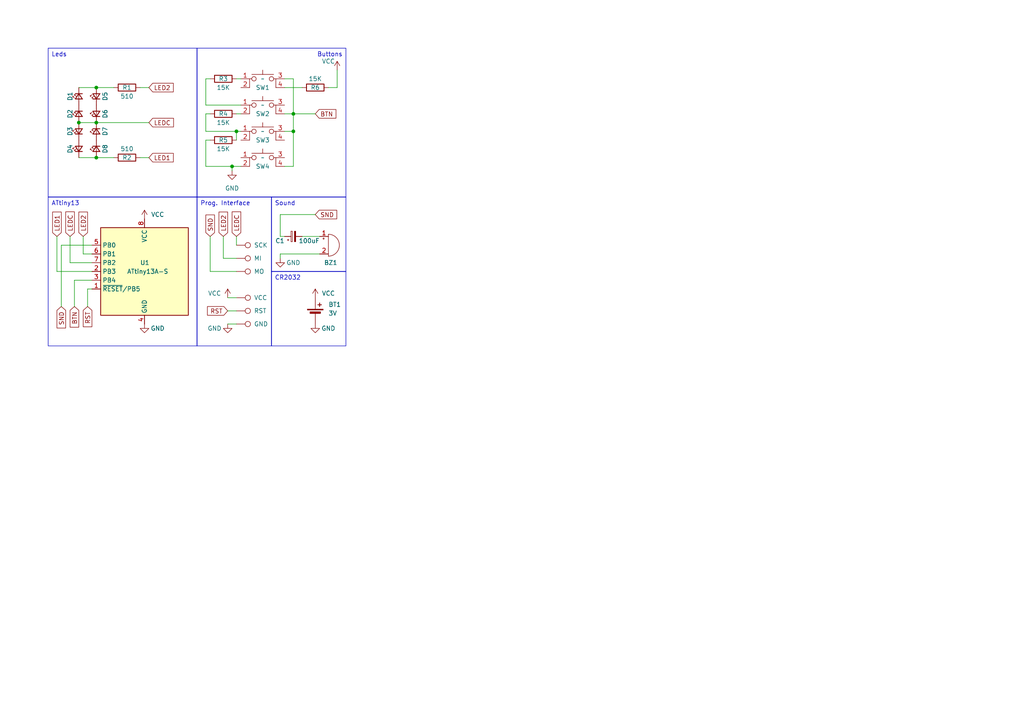
<source format=kicad_sch>
(kicad_sch (version 20230121) (generator eeschema)
  (paper "A4")
  (lib_symbols
    (symbol "Connector:TestPoint" (pin_numbers hide) (pin_names (offset 0.762) hide)
      (property "Reference" "TP" (at 0 6.858 0))
      (property "Value" "TestPoint" (at 0 5.08 0))
      (symbol "TestPoint_0_1"
        (circle (center 0 3.302) (radius 0.762))
      )
      (symbol "TestPoint_1_1"
        (pin passive line (at 0 0 90) (length 2.54) (name "1") (number "1"))
      )
    )
    (symbol "Device:Battery_Cell" (pin_numbers hide) (pin_names (offset 0) hide)
      (property "Reference" "BT" (at 2.54 2.54 0))
      (property "Value" "Battery_Cell" (at 2.54 0 0))
      (symbol "Battery_Cell_0_1"
        (rectangle (start -2.286 1.778) (end 2.286 1.524) (fill (type outline)))
        (rectangle (start -1.524 1.016) (end 1.524 0.508) (fill (type outline)))
        (polyline (pts (xy 0 0.762) (xy 0 0)))
        (polyline (pts (xy 0 1.778) (xy 0 2.54)))
        (polyline (pts (xy 0.762 3.048) (xy 1.778 3.048)) (stroke (width 0.254)))
        (polyline (pts (xy 1.27 3.556) (xy 1.27 2.54)) (stroke (width 0.254)))
      )
      (symbol "Battery_Cell_1_1"
        (pin passive line (at 0 5.08 270) (length 2.54) (name "+") (number "1"))
        (pin passive line (at 0 -2.54 90) (length 2.54) (name "-") (number "2"))
      )
    )
    (symbol "Device:Buzzer" (pin_names (offset 0.0254) hide)
      (property "Reference" "BZ" (at 3.81 1.27 0))
      (property "Value" "Buzzer" (at 3.81 -1.27 0))
      (symbol "Buzzer_0_1"
        (arc (start 0 -3.175) (mid 3.1612 0) (end 0 3.175))
        (polyline (pts (xy -1.651 1.905) (xy -1.143 1.905)))
        (polyline (pts (xy -1.397 2.159) (xy -1.397 1.651)))
        (polyline (pts (xy 0 3.175) (xy 0 -3.175)))
      )
      (symbol "Buzzer_1_1"
        (pin passive line (at -2.54 2.54 0) (length 2.54) (name "-") (number "1"))
        (pin passive line (at -2.54 -2.54 0) (length 2.54) (name "+") (number "2"))
      )
    )
    (symbol "Device:C_Polarized_Small" (pin_numbers hide) (pin_names (offset 0.254) hide)
      (property "Reference" "C" (at 0.254 1.778 0))
      (property "Value" "C_Polarized_Small" (at 0.254 -2.032 0))
      (symbol "C_Polarized_Small_0_1"
        (rectangle (start -1.524 -0.3048) (end 1.524 -0.6858) (fill (type outline)))
        (rectangle (start -1.524 0.6858) (end 1.524 0.3048))
        (polyline (pts (xy -1.27 1.524) (xy -0.762 1.524)))
        (polyline (pts (xy -1.016 1.27) (xy -1.016 1.778)))
      )
      (symbol "C_Polarized_Small_1_1"
        (pin passive line (at 0 2.54 270) (length 1.8542) (name "~") (number "1"))
        (pin passive line (at 0 -2.54 90) (length 1.8542) (name "~") (number "2"))
      )
    )
    (symbol "Device:LED_Small" (pin_numbers hide) (pin_names (offset 0.254) hide)
      (property "Reference" "D" (at -1.27 3.175 0))
      (property "Value" "LED_Small" (at -4.445 -2.54 0))
      (symbol "LED_Small_0_1"
        (polyline (pts (xy -0.762 -1.016) (xy -0.762 1.016)) (stroke (width 0.254)))
        (polyline (pts (xy 1.016 0) (xy -0.762 0)))
        (polyline (pts (xy 0.762 -1.016) (xy -0.762 0) (xy 0.762 1.016) (xy 0.762 -1.016)) (stroke (width 0.254)))
        (polyline (pts (xy 0 0.762) (xy -0.508 1.27) (xy -0.254 1.27) (xy -0.508 1.27) (xy -0.508 1.016)))
        (polyline (pts (xy 0.508 1.27) (xy 0 1.778) (xy 0.254 1.778) (xy 0 1.778) (xy 0 1.524)))
      )
      (symbol "LED_Small_1_1"
        (pin passive line (at -2.54 0 0) (length 1.778) (name "K") (number "1"))
        (pin passive line (at 2.54 0 180) (length 1.778) (name "A") (number "2"))
      )
    )
    (symbol "Device:R" (pin_numbers hide) (pin_names (offset 0))
      (property "Reference" "R" (at 2.032 0 90))
      (property "Value" "R" (at 0 0 90))
      (symbol "R_0_1"
        (rectangle (start -1.016 -2.54) (end 1.016 2.54) (stroke (width 0.254)))
      )
      (symbol "R_1_1"
        (pin passive line (at 0 3.81 270) (length 1.27) (name "~") (number "1"))
        (pin passive line (at 0 -3.81 90) (length 1.27) (name "~") (number "2"))
      )
    )
    (symbol "MCU_Microchip_ATtiny:ATtiny13A-S"
      (property "Reference" "U" (at -12.7 13.97 0))
      (property "Value" "ATtiny13A-S" (at 2.54 -13.97 0))
      (symbol "ATtiny13A-S_0_1"
        (rectangle (start -12.7 -12.7) (end 12.7 12.7) (stroke (width 0.254)) (fill (type background)))
      )
      (symbol "ATtiny13A-S_1_1"
        (pin bidirectional line (at 15.24 -5.08 180) (length 2.54) (name "~{RESET}/PB5") (number "1"))
        (pin bidirectional line (at 15.24 0 180) (length 2.54) (name "PB3") (number "2"))
        (pin bidirectional line (at 15.24 -2.54 180) (length 2.54) (name "PB4") (number "3"))
        (pin power_in line (at 0 -15.24 90) (length 2.54) (name "GND") (number "4"))
        (pin bidirectional line (at 15.24 7.62 180) (length 2.54) (name "PB0") (number "5"))
        (pin bidirectional line (at 15.24 5.08 180) (length 2.54) (name "PB1") (number "6"))
        (pin bidirectional line (at 15.24 2.54 180) (length 2.54) (name "PB2") (number "7"))
        (pin power_in line (at 0 15.24 270) (length 2.54) (name "VCC") (number "8"))
      )
    )
    (symbol "Switch:SW_Push4"
      (property "Reference" "SW" (at 0 -1.905 0))
      (symbol "SW_Push4_0_1"
        (circle (center -2.54 0) (radius 0.635))
        (polyline (pts (xy -3.175 1.27) (xy 3.175 1.27)))
        (polyline (pts (xy 0 1.27) (xy 0 2.54)))
        (polyline (pts (xy -3.81 -2.54) (xy -3.81 0) (xy -3.175 0)))
        (polyline (pts (xy 3.81 -2.54) (xy 3.81 0) (xy 3.175 0)))
        (circle (center 2.54 0) (radius 0.635))
      )
      (symbol "SW_Push4_1_1"
        (pin passive line (at -6.35 0 0) (length 2.54) (name "") (number "1"))
        (pin passive line (at -6.35 -2.54 0) (length 2.54) (name "") (number "2"))
        (pin passive line (at 6.35 0 180) (length 2.54) (name "") (number "3"))
        (pin passive line (at 6.35 -2.54 180) (length 2.54) (name "") (number "4"))
      )
    )
    (symbol "power:GND" (power) (pin_names (offset 0))
      (property "Value" "GND" (at 0 -3.81 0))
      (symbol "GND_0_1"
        (polyline (pts (xy 0 0) (xy 0 -1.27) (xy 1.27 -1.27) (xy 0 -2.54) (xy -1.27 -1.27) (xy 0 -1.27)))
      )
      (symbol "GND_1_1"
        (pin power_in line (at 0 0 270) (length 0) hide (name "GND") (number "1"))
      )
    )
    (symbol "power:VCC" (power) (pin_names (offset 0))
      (property "Value" "VCC" (at 0 3.81 0))
      (symbol "VCC_0_1"
        (polyline (pts (xy -0.762 1.27) (xy 0 2.54)))
        (polyline (pts (xy 0 0) (xy 0 2.54)))
        (polyline (pts (xy 0 2.54) (xy 0.762 1.27)))
      )
      (symbol "VCC_1_1"
        (pin power_in line (at 0 0 90) (length 0) hide (name "VCC") (number "1"))
      )
    )
  )
  (junction (at 22.86 35.56))
  (junction (at 27.94 45.72))
  (junction (at 68.58 38.1))
  (junction (at 85.09 38.1))
  (junction (at 67.31 48.26))
  (junction (at 27.94 35.56))
  (junction (at 27.94 25.4))
  (junction (at 85.09 33.02))
  (wire (pts (xy 69.85 48.26) (xy 67.31 48.26)))
  (wire (pts (xy 26.67 76.2) (xy 20.32 76.2)))
  (wire (pts (xy 27.94 45.72) (xy 33.02 45.72)))
  (wire (pts (xy 68.58 33.02) (xy 69.85 33.02)))
  (wire (pts (xy 97.79 25.4) (xy 97.79 20.32)))
  (wire (pts (xy 59.69 40.64) (xy 59.69 48.26)))
  (wire (pts (xy 20.32 76.2) (xy 20.32 68.58)))
  (wire (pts (xy 60.96 68.58) (xy 60.96 78.74)))
  (wire (pts (xy 64.77 74.93) (xy 68.58 74.93)))
  (wire (pts (xy 81.28 62.23) (xy 81.28 68.58)))
  (wire (pts (xy 21.59 88.9) (xy 21.59 81.28)))
  (wire (pts (xy 60.96 78.74) (xy 68.58 78.74)))
  (wire (pts (xy 27.94 35.56) (xy 43.18 35.56)))
  (wire (pts (xy 81.28 62.23) (xy 91.44 62.23)))
  (wire (pts (xy 92.71 73.66) (xy 81.28 73.66)))
  (wire (pts (xy 22.86 25.4) (xy 27.94 25.4)))
  (wire (pts (xy 59.69 38.1) (xy 59.69 33.02)))
  (wire (pts (xy 81.28 73.66) (xy 81.28 74.93)))
  (wire (pts (xy 59.69 30.48) (xy 69.85 30.48)))
  (wire (pts (xy 25.4 83.82) (xy 25.4 88.9)))
  (wire (pts (xy 59.69 40.64) (xy 60.96 40.64)))
  (wire (pts (xy 66.04 90.17) (xy 68.58 90.17)))
  (wire (pts (xy 85.09 33.02) (xy 91.44 33.02)))
  (wire (pts (xy 82.55 33.02) (xy 85.09 33.02)))
  (wire (pts (xy 66.04 86.36) (xy 68.58 86.36)))
  (wire (pts (xy 59.69 30.48) (xy 59.69 22.86)))
  (wire (pts (xy 17.78 88.9) (xy 17.78 71.12)))
  (wire (pts (xy 40.64 25.4) (xy 43.18 25.4)))
  (wire (pts (xy 66.04 93.98) (xy 68.58 93.98)))
  (wire (pts (xy 82.55 22.86) (xy 85.09 22.86)))
  (wire (pts (xy 40.64 45.72) (xy 43.18 45.72)))
  (wire (pts (xy 26.67 83.82) (xy 25.4 83.82)))
  (wire (pts (xy 85.09 33.02) (xy 85.09 38.1)))
  (wire (pts (xy 64.77 68.58) (xy 64.77 74.93)))
  (wire (pts (xy 81.28 68.58) (xy 82.55 68.58)))
  (wire (pts (xy 22.86 45.72) (xy 27.94 45.72)))
  (wire (pts (xy 85.09 22.86) (xy 85.09 33.02)))
  (wire (pts (xy 21.59 81.28) (xy 26.67 81.28)))
  (wire (pts (xy 85.09 38.1) (xy 85.09 48.26)))
  (wire (pts (xy 16.51 68.58) (xy 16.51 78.74)))
  (wire (pts (xy 22.86 35.56) (xy 27.94 35.56)))
  (wire (pts (xy 27.94 25.4) (xy 33.02 25.4)))
  (wire (pts (xy 87.63 68.58) (xy 92.71 68.58)))
  (wire (pts (xy 59.69 48.26) (xy 67.31 48.26)))
  (wire (pts (xy 16.51 78.74) (xy 26.67 78.74)))
  (wire (pts (xy 67.31 48.26) (xy 67.31 49.53)))
  (wire (pts (xy 26.67 73.66) (xy 24.13 73.66)))
  (wire (pts (xy 59.69 22.86) (xy 60.96 22.86)))
  (wire (pts (xy 68.58 38.1) (xy 69.85 38.1)))
  (wire (pts (xy 26.67 71.12) (xy 17.78 71.12)))
  (wire (pts (xy 82.55 38.1) (xy 85.09 38.1)))
  (wire (pts (xy 82.55 48.26) (xy 85.09 48.26)))
  (wire (pts (xy 59.69 33.02) (xy 60.96 33.02)))
  (wire (pts (xy 82.55 25.4) (xy 87.63 25.4)))
  (wire (pts (xy 59.69 38.1) (xy 68.58 38.1)))
  (wire (pts (xy 95.25 25.4) (xy 97.79 25.4)))
  (wire (pts (xy 68.58 22.86) (xy 69.85 22.86)))
  (wire (pts (xy 68.58 38.1) (xy 68.58 40.64)))
  (wire (pts (xy 68.58 71.12) (xy 68.58 68.58)))
  (wire (pts (xy 24.13 68.58) (xy 24.13 73.66)))
  (text_box "Prog. Interface" (at 57.15 57.15 0) (size 21.59 43.18) (effects (font (size 1.27 1.27)) (justify left top)))
  (text_box "Buttons" (at 57.15 13.97 0) (size 43.18 43.18) (effects (font (size 1.27 1.27)) (justify right top)))
  (text_box "Sound" (at 78.74 57.15 0) (size 21.59 21.59) (effects (font (size 1.27 1.27)) (justify left top)))
  (text_box "Leds" (at 13.97 13.97 0) (size 43.18 43.18) (effects (font (size 1.27 1.27)) (justify left top)))
  (text_box "CR2032" (at 78.74 78.74 0) (size 21.59 21.59) (effects (font (size 1.27 1.27)) (justify left top)))
  (text_box "ATtiny13" (at 13.97 57.15 0) (size 43.18 43.18) (effects (font (size 1.27 1.27)) (justify left top)))
  (global_label "SND" (shape input) (at 17.78 88.9 270) (property "Intersheetrefs" "${INTERSHEET_REFS}" (effects hide)))
  (global_label "LED2" (shape input) (at 43.18 25.4 0) (property "Intersheetrefs" "${INTERSHEET_REFS}" (effects hide)))
  (global_label "LED1" (shape input) (at 16.51 68.58 90) (property "Intersheetrefs" "${INTERSHEET_REFS}" (effects hide)))
  (global_label "LEDC" (shape input) (at 20.32 68.58 90) (property "Intersheetrefs" "${INTERSHEET_REFS}" (effects hide)))
  (global_label "LEDC" (shape input) (at 68.58 68.58 90) (property "Intersheetrefs" "${INTERSHEET_REFS}" (effects hide)))
  (global_label "LEDC" (shape input) (at 43.18 35.56 0) (property "Intersheetrefs" "${INTERSHEET_REFS}" (effects hide)))
  (global_label "SND" (shape input) (at 91.44 62.23 0) (property "Intersheetrefs" "${INTERSHEET_REFS}" (effects hide)))
  (global_label "SND" (shape input) (at 60.96 68.58 90) (property "Intersheetrefs" "${INTERSHEET_REFS}" (effects hide)))
  (global_label "BTN" (shape input) (at 21.59 88.9 270) (property "Intersheetrefs" "${INTERSHEET_REFS}" (effects hide)))
  (global_label "LED2" (shape input) (at 64.77 68.58 90) (property "Intersheetrefs" "${INTERSHEET_REFS}" (effects hide)))
  (global_label "RST" (shape input) (at 25.4 88.9 270) (property "Intersheetrefs" "${INTERSHEET_REFS}" (effects hide)))
  (global_label "RST" (shape input) (at 66.04 90.17 180) (property "Intersheetrefs" "${INTERSHEET_REFS}" (effects hide)))
  (global_label "LED2" (shape input) (at 24.13 68.58 90) (property "Intersheetrefs" "${INTERSHEET_REFS}" (effects hide)))
  (global_label "LED1" (shape input) (at 43.18 45.72 0) (property "Intersheetrefs" "${INTERSHEET_REFS}" (effects hide)))
  (global_label "BTN" (shape input) (at 91.44 33.02 0) (property "Intersheetrefs" "${INTERSHEET_REFS}" (effects hide)))
  (symbol (lib_id "power:GND") (at 91.44 93.98 0) (unit 1)
    (property "Reference" "#PWR06" (effects hide))
    (property "Value" "GND" (at 95.25 95.25 0))
  )
  (symbol (lib_id "power:VCC") (at 97.79 20.32 0) (unit 1)
    (property "Reference" "#PWR07" (effects hide))
    (property "Value" "VCC" (at 95.25 17.78 0))
  )
  (symbol (lib_id "Switch:SW_Push4") (at 76.2 22.86 0) (unit 1)
    (property "Reference" "SW1" (at 76.2 25.4 0))
    (property "Value" "~" (at 76.2 22.86 0))
    (property "Footprint" "Button_Switch_SMD:SW_Push_6x6mm" (effects hide))
  )
  (symbol (lib_id "Connector:TestPoint") (at 68.58 93.98 270) (unit 1)
    (property "Reference" "TP1" (effects hide))
    (property "Value" "GND" (at 73.66 93.98 90) (effects (justify left)))
    (property "Footprint" "TestPoint:TestPoint_Pad_D1.5mm" (effects hide))
  )
  (symbol (lib_id "Switch:SW_Push4") (at 76.2 30.48 0) (unit 1)
    (property "Reference" "SW2" (at 76.2 33.02 0))
    (property "Value" "~" (at 76.2 30.48 0))
    (property "Footprint" "Button_Switch_SMD:SW_Push_6x6mm" (effects hide))
  )
  (symbol (lib_id "power:GND") (at 81.28 74.93 0) (unit 1)
    (property "Reference" "#PWR04" (effects hide))
    (property "Value" "GND" (at 85.09 76.2 0))
  )
  (symbol (lib_id "Device:C_Polarized_Small") (at 85.09 68.58 90) (unit 1)
    (property "Reference" "C1" (at 82.55 69.85 90) (effects (justify left)))
    (property "Value" "100uF" (at 92.71 69.85 90) (effects (justify left)))
    (property "Footprint" "Capacitor_THT:CP_Radial_D6.3mm_P2.50mm" (effects hide))
  )
  (symbol (lib_id "Device:LED_Small") (at 22.86 33.02 90) (mirror x) (unit 1)
    (property "Reference" "D2" (at 20.32 33.02 0))
    (property "Value" "LED_Small" (effects hide))
    (property "Footprint" "LED_SMD:LED_1206_3216Metric" (effects hide))
  )
  (symbol (lib_id "Switch:SW_Push4") (at 76.2 45.72 0) (unit 1)
    (property "Reference" "SW4" (at 76.2 48.26 0))
    (property "Value" "~" (at 76.2 45.72 0))
    (property "Footprint" "Button_Switch_SMD:SW_Push_6x6mm" (effects hide))
  )
  (symbol (lib_id "Device:LED_Small") (at 27.94 43.18 90) (mirror x) (unit 1)
    (property "Reference" "D8" (at 30.48 43.18 0))
    (property "Value" "LED_Small" (effects hide))
    (property "Footprint" "LED_SMD:LED_1206_3216Metric" (effects hide))
  )
  (symbol (lib_id "Device:LED_Small") (at 22.86 43.18 90) (unit 1)
    (property "Reference" "D4" (at 20.32 43.18 0))
    (property "Value" "LED_Small" (effects hide))
    (property "Footprint" "LED_SMD:LED_1206_3216Metric" (effects hide))
  )
  (symbol (lib_id "Device:R") (at 64.77 40.64 270) (unit 1)
    (property "Reference" "R5" (at 64.77 40.64 90))
    (property "Value" "15K" (at 64.77 43.18 90))
    (property "Footprint" "Resistor_THT:R_Axial_DIN0207_L6.3mm_D2.5mm_P7.62mm_Horizontal" (effects hide))
  )
  (symbol (lib_id "Device:Buzzer") (at 95.25 71.12 0) (unit 1)
    (property "Reference" "BZ1" (at 93.98 76.2 0) (effects (justify left)))
    (property "Value" "Buzzer" (effects hide))
    (property "Footprint" "Buzzer_Beeper:MagneticBuzzer_Kingstate_KCG0601" (effects hide))
  )
  (symbol (lib_id "Connector:TestPoint") (at 68.58 86.36 270) (unit 1)
    (property "Reference" "TP3" (effects hide))
    (property "Value" "VCC" (at 73.66 86.36 90) (effects (justify left)))
    (property "Footprint" "TestPoint:TestPoint_Pad_D1.5mm" (effects hide))
  )
  (symbol (lib_id "power:GND") (at 67.31 49.53 0) (unit 1)
    (property "Reference" "#PWR03" (effects hide))
    (property "Value" "GND" (at 67.31 54.61 0))
  )
  (symbol (lib_id "Connector:TestPoint") (at 68.58 78.74 270) (unit 1)
    (property "Reference" "TP6" (effects hide))
    (property "Value" "MO" (at 73.66 78.74 90) (effects (justify left)))
    (property "Footprint" "TestPoint:TestPoint_Pad_D1.5mm" (effects hide))
  )
  (symbol (lib_id "power:VCC") (at 41.91 63.5 0) (unit 1)
    (property "Reference" "#PWR01" (effects hide))
    (property "Value" "VCC" (at 45.72 62.23 0))
  )
  (symbol (lib_id "MCU_Microchip_ATtiny:ATtiny13A-S") (at 41.91 78.74 0) (mirror y) (unit 1)
    (property "Reference" "U1" (at 40.64 76.2 0) (effects (justify right)))
    (property "Value" "ATtiny13A-S" (at 36.83 78.74 0) (effects (justify right)))
    (property "Footprint" "Package_SO:SOIC-8W_5.3x5.3mm_P1.27mm" (effects hide))
    (property "Datasheet" "http://ww1.microchip.com/downloads/en/DeviceDoc/doc8126.pdf" (effects hide))
  )
  (symbol (lib_id "Connector:TestPoint") (at 68.58 74.93 270) (unit 1)
    (property "Reference" "TP5" (effects hide))
    (property "Value" "MI" (at 73.66 74.93 90) (effects (justify left)))
    (property "Footprint" "TestPoint:TestPoint_Pad_D1.5mm" (effects hide))
  )
  (symbol (lib_id "Connector:TestPoint") (at 68.58 90.17 270) (unit 1)
    (property "Reference" "TP2" (effects hide))
    (property "Value" "RST" (at 73.66 90.17 90) (effects (justify left)))
    (property "Footprint" "TestPoint:TestPoint_Pad_D1.5mm" (effects hide))
  )
  (symbol (lib_id "Device:LED_Small") (at 27.94 27.94 90) (unit 1)
    (property "Reference" "D5" (at 30.48 27.94 0))
    (property "Value" "LED_Small" (effects hide))
    (property "Footprint" "LED_SMD:LED_1206_3216Metric" (effects hide))
  )
  (symbol (lib_id "Device:R") (at 91.44 25.4 90) (unit 1)
    (property "Reference" "R6" (at 91.44 25.4 90))
    (property "Value" "15K" (at 91.44 22.86 90))
    (property "Footprint" "Resistor_THT:R_Axial_DIN0207_L6.3mm_D2.5mm_P7.62mm_Horizontal" (effects hide))
  )
  (symbol (lib_id "Device:LED_Small") (at 27.94 33.02 90) (unit 1)
    (property "Reference" "D6" (at 30.48 33.02 0))
    (property "Value" "LED_Small" (effects hide))
    (property "Footprint" "LED_SMD:LED_1206_3216Metric" (effects hide))
  )
  (symbol (lib_id "Switch:SW_Push4") (at 76.2 38.1 0) (unit 1)
    (property "Reference" "SW3" (at 76.2 40.64 0))
    (property "Value" "~" (at 76.2 38.1 0))
    (property "Footprint" "Button_Switch_SMD:SW_Push_6x6mm" (effects hide))
  )
  (symbol (lib_id "Device:R") (at 64.77 33.02 270) (unit 1)
    (property "Reference" "R4" (at 64.77 33.02 90))
    (property "Value" "15K" (at 64.77 35.56 90))
    (property "Footprint" "Resistor_THT:R_Axial_DIN0207_L6.3mm_D2.5mm_P7.62mm_Horizontal" (effects hide))
  )
  (symbol (lib_id "power:GND") (at 41.91 93.98 0) (unit 1)
    (property "Reference" "#PWR02" (effects hide))
    (property "Value" "GND" (at 45.72 95.25 0))
  )
  (symbol (lib_id "Device:R") (at 36.83 45.72 90) (unit 1)
    (property "Reference" "R2" (at 36.83 45.72 90))
    (property "Value" "510" (at 36.83 43.18 90))
    (property "Footprint" "Resistor_THT:R_Axial_DIN0207_L6.3mm_D2.5mm_P7.62mm_Horizontal" (effects hide))
  )
  (symbol (lib_id "power:GND") (at 66.04 93.98 0) (unit 1)
    (property "Reference" "#PWR08" (effects hide))
    (property "Value" "GND" (at 62.23 95.25 0))
  )
  (symbol (lib_id "Device:Battery_Cell") (at 91.44 91.44 0) (unit 1)
    (property "Reference" "BT1" (at 95.25 88.3285 0) (effects (justify left)))
    (property "Value" "3V" (at 95.25 90.8685 0) (effects (justify left)))
    (property "Footprint" "Battery:BatteryHolder_KLS5_CR2032_02" (effects hide))
  )
  (symbol (lib_id "power:VCC") (at 91.44 86.36 0) (unit 1)
    (property "Reference" "#PWR05" (effects hide))
    (property "Value" "VCC" (at 95.25 85.09 0))
  )
  (symbol (lib_id "Device:LED_Small") (at 22.86 38.1 90) (unit 1)
    (property "Reference" "D3" (at 20.32 38.1 0))
    (property "Value" "LED_Small" (effects hide))
    (property "Footprint" "LED_SMD:LED_1206_3216Metric" (effects hide))
  )
  (symbol (lib_id "Device:R") (at 36.83 25.4 90) (unit 1)
    (property "Reference" "R1" (at 36.83 25.4 90))
    (property "Value" "510" (at 36.83 27.94 90))
    (property "Footprint" "Resistor_THT:R_Axial_DIN0207_L6.3mm_D2.5mm_P7.62mm_Horizontal" (effects hide))
  )
  (symbol (lib_id "Device:LED_Small") (at 22.86 27.94 90) (mirror x) (unit 1)
    (property "Reference" "D1" (at 20.32 27.94 0))
    (property "Value" "LED_Small" (effects hide))
    (property "Footprint" "LED_SMD:LED_1206_3216Metric" (effects hide))
  )
  (symbol (lib_id "Device:R") (at 64.77 22.86 270) (unit 1)
    (property "Reference" "R3" (at 64.77 22.86 90))
    (property "Value" "15K" (at 64.77 25.4 90))
    (property "Footprint" "Resistor_THT:R_Axial_DIN0207_L6.3mm_D2.5mm_P7.62mm_Horizontal" (effects hide))
  )
  (symbol (lib_id "power:VCC") (at 66.04 86.36 0) (unit 1)
    (property "Reference" "#PWR09" (effects hide))
    (property "Value" "VCC" (at 62.23 85.09 0))
  )
  (symbol (lib_id "Connector:TestPoint") (at 68.58 71.12 270) (unit 1)
    (property "Reference" "TP4" (effects hide))
    (property "Value" "SCK" (at 73.66 71.12 90) (effects (justify left)))
    (property "Footprint" "TestPoint:TestPoint_Pad_D1.5mm" (effects hide))
  )
  (symbol (lib_id "Device:LED_Small") (at 27.94 38.1 90) (mirror x) (unit 1)
    (property "Reference" "D7" (at 30.48 38.1 0))
    (property "Value" "LED_Small" (effects hide))
    (property "Footprint" "LED_SMD:LED_1206_3216Metric" (effects hide))
  )
)
</source>
